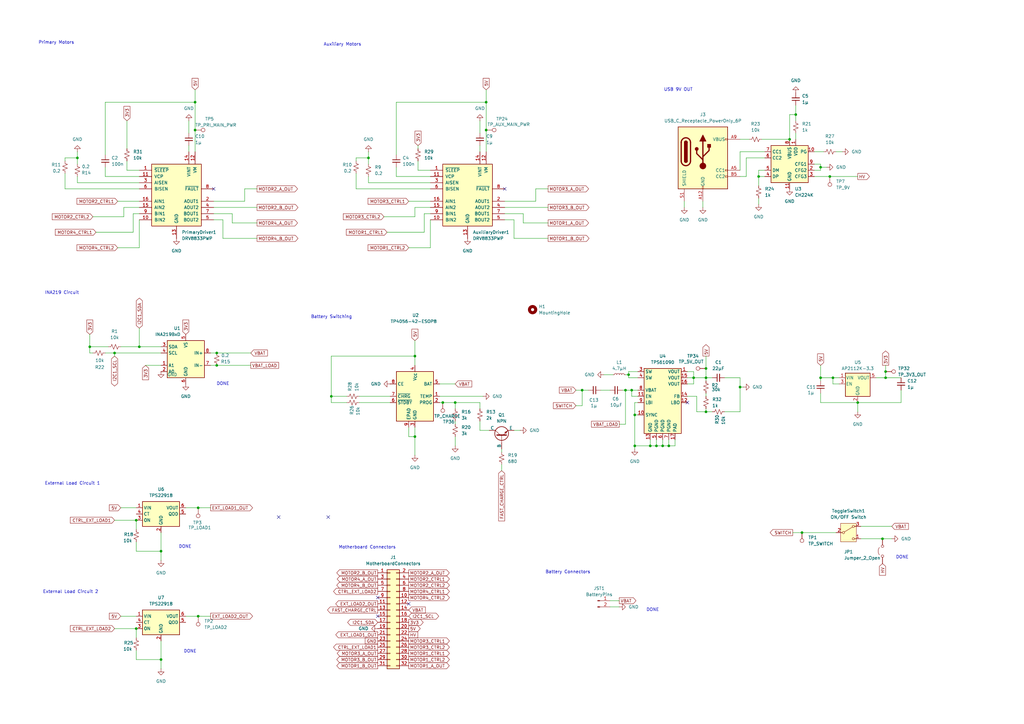
<source format=kicad_sch>
(kicad_sch (version 20250114) (generator "eeschema") (generator_version "9.0")
  (paper "A3")
  (title_block (title "MicroMousePCB") (date "2025-03-21") (rev "v0") (comment 3 "OLFDAN001") (comment 4 "Danella Oelofse"))
  (lib_symbols
    (symbol "Battery_Management:TP4056-42-ESOP8"
      (property "Reference" "U" (at -6.604 11.684 0))
      (property "Value" "TP4056-42-ESOP8" (at 10.16 11.684 0))
      (symbol "TP4056-42-ESOP8_1_0"
        (pin input line (at -10.16 5.08 0) (length 2.54) (name "CE") (number "8"))
        (pin open_collector line (at -10.16 0 0) (length 2.54) (name "~{CHRG}") (number "7"))
        (pin open_collector line (at -10.16 -2.54 0) (length 2.54) (name "~{STDBY}") (number "6"))
        (pin passive line (at -2.54 -12.7 90) (length 2.54) (name "EPAD") (number "9"))
        (pin power_in line (at 0 12.7 270) (length 2.54) (name "V_{CC}") (number "4"))
        (pin power_in line (at 0 -12.7 90) (length 2.54) (name "GND") (number "3"))
        (pin power_out line (at 10.16 5.08 180) (length 2.54) (name "BAT") (number "5"))
        (pin input line (at 10.16 0 180) (length 2.54) (name "TEMP") (number "1"))
        (pin passive line (at 10.16 -2.54 180) (length 2.54) (name "PROG") (number "2"))
      )
    )
    (symbol "Connector:Conn_01x02_Pin" (pin_names (offset 1.016) (hide yes))
      (property "Reference" "J" (at 0 2.54 0))
      (property "Value" "Conn_01x02_Pin" (at 0 -5.08 0))
      (symbol "Conn_01x02_Pin_1_1"
        (pin passive line (at 5.08 0 180) (length 3.81) (name "Pin_1") (number "1"))
        (pin passive line (at 5.08 -2.54 180) (length 3.81) (name "Pin_2") (number "2"))
      )
    )
    (symbol "Connector:TestPoint" (pin_numbers (hide yes)) (pin_names (offset 0.762) (hide yes))
      (property "Reference" "TP" (at 0 6.858 0))
      (property "Value" "TestPoint" (at 0 5.08 0))
      (symbol "TestPoint_1_1"
        (pin passive line (at 0 0 90) (length 2.54) (name "1") (number "1"))
      )
    )
    (symbol "Connector:USB_C_Receptacle_PowerOnly_6P" (pin_names (offset 1.016))
      (property "Reference" "J" (at 0 16.51 0))
      (property "Value" "USB_C_Receptacle_PowerOnly_6P" (at 0 13.97 0))
      (symbol "USB_C_Receptacle_PowerOnly_6P_1_1"
        (pin passive line (at -7.62 -17.78 90) (length 5.08) (name "SHIELD") (number "S1"))
        (pin passive line (at 0 -17.78 90) (length 5.08) (name "GND") (number "A12"))
        (pin passive line (at 0 -17.78 90) (length 5.08) (hide yes) (name "GND") (number "B12"))
        (pin passive line (at 15.24 7.62 180) (length 5.08) (name "VBUS") (number "A9"))
        (pin passive line (at 15.24 7.62 180) (length 5.08) (hide yes) (name "VBUS") (number "B9"))
        (pin bidirectional line (at 15.24 -5.08 180) (length 5.08) (name "CC1") (number "A5"))
        (pin bidirectional line (at 15.24 -7.62 180) (length 5.08) (name "CC2") (number "B5"))
      )
    )
    (symbol "Connector_Generic:Conn_02x16_Odd_Even" (pin_names (offset 1.016) (hide yes))
      (property "Reference" "J" (at 1.27 20.32 0))
      (property "Value" "Conn_02x16_Odd_Even" (at 1.27 -22.86 0))
      (symbol "Conn_02x16_Odd_Even_1_1"
        (pin passive line (at -5.08 17.78 0) (length 3.81) (name "Pin_1") (number "1"))
        (pin passive line (at -5.08 15.24 0) (length 3.81) (name "Pin_3") (number "3"))
        (pin passive line (at -5.08 12.7 0) (length 3.81) (name "Pin_5") (number "5"))
        (pin passive line (at -5.08 10.16 0) (length 3.81) (name "Pin_7") (number "7"))
        (pin passive line (at -5.08 7.62 0) (length 3.81) (name "Pin_9") (number "9"))
        (pin passive line (at -5.08 5.08 0) (length 3.81) (name "Pin_11") (number "11"))
        (pin passive line (at -5.08 2.54 0) (length 3.81) (name "Pin_13") (number "13"))
        (pin passive line (at -5.08 0 0) (length 3.81) (name "Pin_15") (number "15"))
        (pin passive line (at -5.08 -2.54 0) (length 3.81) (name "Pin_17") (number "17"))
        (pin passive line (at -5.08 -5.08 0) (length 3.81) (name "Pin_19") (number "19"))
        (pin passive line (at -5.08 -7.62 0) (length 3.81) (name "Pin_21") (number "21"))
        (pin passive line (at -5.08 -10.16 0) (length 3.81) (name "Pin_23") (number "23"))
        (pin passive line (at -5.08 -12.7 0) (length 3.81) (name "Pin_25") (number "25"))
        (pin passive line (at -5.08 -15.24 0) (length 3.81) (name "Pin_27") (number "27"))
        (pin passive line (at -5.08 -17.78 0) (length 3.81) (name "Pin_29") (number "29"))
        (pin passive line (at -5.08 -20.32 0) (length 3.81) (name "Pin_31") (number "31"))
        (pin passive line (at 7.62 17.78 180) (length 3.81) (name "Pin_2") (number "2"))
        (pin passive line (at 7.62 15.24 180) (length 3.81) (name "Pin_4") (number "4"))
        (pin passive line (at 7.62 12.7 180) (length 3.81) (name "Pin_6") (number "6"))
        (pin passive line (at 7.62 10.16 180) (length 3.81) (name "Pin_8") (number "8"))
        (pin passive line (at 7.62 7.62 180) (length 3.81) (name "Pin_10") (number "10"))
        (pin passive line (at 7.62 5.08 180) (length 3.81) (name "Pin_12") (number "12"))
        (pin passive line (at 7.62 2.54 180) (length 3.81) (name "Pin_14") (number "14"))
        (pin passive line (at 7.62 0 180) (length 3.81) (name "Pin_16") (number "16"))
        (pin passive line (at 7.62 -2.54 180) (length 3.81) (name "Pin_18") (number "18"))
        (pin passive line (at 7.62 -5.08 180) (length 3.81) (name "Pin_20") (number "20"))
        (pin passive line (at 7.62 -7.62 180) (length 3.81) (name "Pin_22") (number "22"))
        (pin passive line (at 7.62 -10.16 180) (length 3.81) (name "Pin_24") (number "24"))
        (pin passive line (at 7.62 -12.7 180) (length 3.81) (name "Pin_26") (number "26"))
        (pin passive line (at 7.62 -15.24 180) (length 3.81) (name "Pin_28") (number "28"))
        (pin passive line (at 7.62 -17.78 180) (length 3.81) (name "Pin_30") (number "30"))
        (pin passive line (at 7.62 -20.32 180) (length 3.81) (name "Pin_32") (number "32"))
      )
    )
    (symbol "Device:C_Small" (pin_numbers (hide yes)) (pin_names (offset 0.254) (hide yes))
      (property "Reference" "C" (at 0.254 1.778 0))
      (property "Value" "C_Small" (at 0.254 -2.032 0))
      (symbol "C_Small_1_1"
        (pin passive line (at 0 2.54 270) (length 2.032) (name "~") (number "1"))
        (pin passive line (at 0 -2.54 90) (length 2.032) (name "~") (number "2"))
      )
    )
    (symbol "Device:L_Small" (pin_numbers (hide yes)) (pin_names (offset 0.254) (hide yes))
      (property "Reference" "L" (at 0.762 1.016 0))
      (property "Value" "L_Small" (at 0.762 -1.016 0))
      (symbol "L_Small_1_1"
        (pin passive line (at 0 2.54 270) (length 0.508) (name "~") (number "1"))
        (pin passive line (at 0 -2.54 90) (length 0.508) (name "~") (number "2"))
      )
    )
    (symbol "Device:R_Small_US" (pin_numbers (hide yes)) (pin_names (offset 0.254) (hide yes))
      (property "Reference" "R" (at 0.762 0.508 0))
      (property "Value" "R_Small_US" (at 0.762 -1.016 0))
      (symbol "R_Small_US_1_1"
        (pin passive line (at 0 2.54 270) (length 1.016) (name "~") (number "1"))
        (pin passive line (at 0 -2.54 90) (length 1.016) (name "~") (number "2"))
      )
    )
    (symbol "Driver_Motor:DRV8833PWP" (pin_names (offset 1.016))
      (property "Reference" "U" (at -3.81 16.51 0))
      (property "Value" "DRV8833PWP" (at -3.81 13.97 0))
      (symbol "DRV8833PWP_1_1"
        (pin input line (at -15.24 10.16 0) (length 5.08) (name "~{SLEEP}") (number "1"))
        (pin bidirectional line (at -15.24 7.62 0) (length 5.08) (name "VCP") (number "11"))
        (pin bidirectional line (at -15.24 5.08 0) (length 5.08) (name "AISEN") (number "3"))
        (pin bidirectional line (at -15.24 2.54 0) (length 5.08) (name "BISEN") (number "6"))
        (pin input line (at -15.24 -2.54 0) (length 5.08) (name "AIN1") (number "16"))
        (pin input line (at -15.24 -5.08 0) (length 5.08) (name "AIN2") (number "15"))
        (pin input line (at -15.24 -7.62 0) (length 5.08) (name "BIN1") (number "9"))
        (pin input line (at -15.24 -10.16 0) (length 5.08) (name "BIN2") (number "10"))
        (pin power_in line (at 0 -17.78 90) (length 5.08) (name "GND") (number "13"))
        (pin passive line (at 0 -17.78 90) (length 5.08) (hide yes) (name "GND") (number "17"))
        (pin power_in line (at 5.08 17.78 270) (length 5.08) (name "VINT") (number "14"))
        (pin power_in line (at 7.62 17.78 270) (length 5.08) (name "VM") (number "12"))
        (pin open_collector line (at 15.24 2.54 180) (length 5.08) (name "~{FAULT}") (number "8"))
        (pin power_out line (at 15.24 -2.54 180) (length 5.08) (name "AOUT1") (number "2"))
        (pin power_out line (at 15.24 -5.08 180) (length 5.08) (name "AOUT2") (number "4"))
        (pin power_out line (at 15.24 -7.62 180) (length 5.08) (name "BOUT1") (number "7"))
        (pin power_out line (at 15.24 -10.16 180) (length 5.08) (name "BOUT2") (number "5"))
      )
    )
    (symbol "Interface_USB:CH224K"
      (property "Reference" "U" (at -7.874 -8.89 0))
      (property "Value" "CH224K" (at 3.048 -8.89 0))
      (symbol "CH224K_1_1"
        (pin bidirectional line (at -10.16 5.08 0) (length 2.54) (name "CC1") (number "7"))
        (pin bidirectional line (at -10.16 2.54 0) (length 2.54) (name "CC2") (number "6"))
        (pin bidirectional line (at -10.16 -2.54 0) (length 2.54) (name "DM") (number "5"))
        (pin bidirectional line (at -10.16 -5.08 0) (length 2.54) (name "DP") (number "4"))
        (pin passive line (at 0 10.16 270) (length 2.54) (name "VBUS") (number "8"))
        (pin power_in line (at 0 -10.16 90) (length 2.54) (name "GND") (number "11"))
        (pin power_in line (at 2.54 10.16 270) (length 2.54) (name "VDD") (number "1"))
        (pin open_collector line (at 10.16 5.08 180) (length 2.54) (name "PG") (number "10"))
        (pin passive line (at 10.16 0 180) (length 2.54) (name "CFG1") (number "9"))
        (pin passive line (at 10.16 -2.54 180) (length 2.54) (name "CFG2") (number "2"))
        (pin passive line (at 10.16 -5.08 180) (length 2.54) (name "CFG3") (number "3"))
      )
    )
    (symbol "Jumper:Jumper_2_Open" (pin_numbers (hide yes)) (pin_names (offset 0) (hide yes)) (exclude_from_sim yes)
      (property "Reference" "JP" (at 0 2.794 0))
      (property "Value" "Jumper_2_Open" (at 0 -2.286 0))
      (symbol "Jumper_2_Open_1_1"
        (pin passive line (at -5.08 0 0) (length 2.54) (name "A") (number "1"))
        (pin passive line (at 5.08 0 180) (length 2.54) (name "B") (number "2"))
      )
    )
    (symbol "Mechanical:MountingHole" (pin_names (offset 1.016)) (exclude_from_sim yes) (in_bom no)
      (property "Reference" "H" (at 0 5.08 0))
      (property "Value" "MountingHole" (at 0 3.175 0))
    )
    (symbol "Power_Management:TPS22917DBV"
      (property "Reference" "U" (at -6.35 6.35 0))
      (property "Value" "TPS22917DBV" (at 2.54 6.35 0))
      (symbol "TPS22917DBV_1_1"
        (pin power_in line (at -10.16 2.54 0) (length 2.54) (name "VIN") (number "1"))
        (pin output line (at -10.16 0 0) (length 2.54) (name "CT") (number "4"))
        (pin input line (at -10.16 -2.54 0) (length 2.54) (name "ON") (number "3"))
        (pin power_in line (at 0 -7.62 90) (length 2.54) (name "GND") (number "2"))
        (pin power_out line (at 10.16 2.54 180) (length 2.54) (name "VOUT") (number "6"))
        (pin open_collector line (at 10.16 0 180) (length 2.54) (name "QOD") (number "5"))
      )
    )
    (symbol "Regulator_Linear:AP2112K-3.3" (pin_names (offset 0.254))
      (property "Reference" "U" (at -5.08 5.715 0))
      (property "Value" "AP2112K-3.3" (at 0 5.715 0))
      (symbol "AP2112K-3.3_1_1"
        (pin power_in line (at -7.62 2.54 0) (length 2.54) (name "VIN") (number "1"))
        (pin input line (at -7.62 0 0) (length 2.54) (name "EN") (number "3"))
        (pin power_in line (at 0 -7.62 90) (length 2.54) (name "GND") (number "2"))
        (pin no_connect line (at 5.08 0 180) (length 2.54) (hide yes) (name "NC") (number "4"))
        (pin power_out line (at 7.62 2.54 180) (length 2.54) (name "VOUT") (number "5"))
      )
    )
    (symbol "Regulator_Switching:TPS61090"
      (property "Reference" "U" (at -7.62 15.24 0))
      (property "Value" "TPS61090" (at 1.27 15.24 0))
      (symbol "TPS61090_0_0"
        (pin passive line (at -10.16 12.7 0) (length 2.54) (name "SW") (number "3"))
        (pin passive line (at -10.16 10.16 0) (length 2.54) (name "SW") (number "4"))
        (pin power_in line (at -10.16 5.08 0) (length 2.54) (name "VBAT") (number "8"))
        (pin input line (at -10.16 2.54 0) (length 2.54) (name "EN") (number "11"))
        (pin input line (at -10.16 0 0) (length 2.54) (name "LBI") (number "9"))
        (pin input line (at -10.16 -5.08 0) (length 2.54) (name "SYNC") (number "10"))
        (pin power_in line (at -5.08 -15.24 90) (length 2.54) (name "GND") (number "13"))
        (pin power_in line (at -2.54 -15.24 90) (length 2.54) (name "PGND") (number "5"))
        (pin power_in line (at 0 -15.24 90) (length 2.54) (name "PGND") (number "6"))
        (pin power_in line (at 2.54 -15.24 90) (length 2.54) (name "PGND") (number "7"))
        (pin power_in line (at 5.08 -15.24 90) (length 2.54) (name "PAD") (number "17"))
        (pin power_out line (at 10.16 12.7 180) (length 2.54) (name "VOUT") (number "1"))
        (pin passive line (at 10.16 10.16 180) (length 2.54) (name "VOUT") (number "15"))
        (pin passive line (at 10.16 7.62 180) (length 2.54) (name "VOUT") (number "16"))
        (pin input line (at 10.16 2.54 180) (length 2.54) (name "FB") (number "14"))
        (pin open_collector line (at 10.16 0 180) (length 2.54) (name "LBO") (number "12"))
        (pin no_connect line (at 10.16 -5.08 180) (length 2.54) (hide yes) (name "NC") (number "2"))
      )
    )
    (symbol "Sensor_Energy:INA219BxD"
      (property "Reference" "U" (at -6.35 8.89 0))
      (property "Value" "INA219BxD" (at 5.08 8.89 0))
      (symbol "INA219BxD_1_1"
        (pin input line (at -10.16 2.54 0) (length 2.54) (name "IN+") (number "8"))
        (pin input line (at -10.16 -2.54 0) (length 2.54) (name "IN-") (number "7"))
        (pin power_in line (at 0 10.16 270) (length 2.54) (name "VS") (number "5"))
        (pin power_in line (at 0 -10.16 90) (length 2.54) (name "GND") (number "6"))
        (pin bidirectional line (at 10.16 5.08 180) (length 2.54) (name "SDA") (number "3"))
        (pin input line (at 10.16 2.54 180) (length 2.54) (name "SCL") (number "4"))
        (pin input line (at 10.16 -2.54 180) (length 2.54) (name "A1") (number "1"))
        (pin input line (at 10.16 -5.08 180) (length 2.54) (name "A0") (number "2"))
      )
    )
    (symbol "Simulation_SPICE:NPN" (pin_numbers (hide yes)) (pin_names (offset 0))
      (property "Reference" "Q" (at -2.54 7.62 0))
      (property "Value" "NPN" (at -2.54 5.08 0))
      (symbol "NPN_1_1"
        (pin input line (at -5.08 0 0) (length 2.54) (name "B") (number "2"))
        (pin open_collector line (at 2.54 5.08 270) (length 2.54) (name "C") (number "1"))
        (pin open_emitter line (at 2.54 -5.08 90) (length 2.54) (name "E") (number "3"))
      )
    )
    (symbol "Switch:SW_SPDT_321" (pin_names (offset 1) (hide yes))
      (property "Reference" "SW" (at 0 5.08 0))
      (property "Value" "SW_SPDT_321" (at 0 -5.08 0))
      (symbol "SW_SPDT_321_1_1"
        (pin passive line (at -5.08 0 0) (length 2.54) (name "B") (number "2"))
        (pin passive line (at 5.08 2.54 180) (length 2.54) (name "A") (number "3"))
        (pin passive line (at 5.08 -2.54 180) (length 2.54) (name "C") (number "1"))
      )
    )
    (symbol "power:GND" (power) (pin_numbers (hide yes)) (pin_names (offset 0) (hide yes))
      (property "Value" "GND" (at 0 -3.81 0))
      (symbol "GND_1_1"
        (pin power_in line (at 0 0 270) (length 0) (name "~") (number "1"))
      )
    )
  )
  (text "Primary Motors\n" (at 23.114 17.526 0) (effects (font (size 1.27 1.27))))
  (text "DONE\n" (at 267.716 250.19 0) (effects (font (size 1.27 1.27))))
  (text "External Load Circuit 1\n\n\n" (at 29.718 200.406 0) (effects (font (size 1.27 1.27))))
  (text "Motherboard Connectors\n" (at 150.622 224.536 0) (effects (font (size 1.27 1.27))))
  (text "DONE\n" (at 75.946 224.282 0) (effects (font (size 1.27 1.27))))
  (text "INA219 Circuit\n" (at 25.4 120.142 0) (effects (font (size 1.27 1.27))))
  (text "DONE\n" (at 370.078 228.6 0) (effects (font (size 1.27 1.27))))
  (text "DONE\n" (at 91.44 157.48 0) (effects (font (size 1.27 1.27))))
  (text "Battery Connectors\n" (at 232.918 234.696 0) (effects (font (size 1.27 1.27))))
  (text "Auxiliary Motors\n" (at 140.462 18.288 0) (effects (font (size 1.27 1.27))))
  (text "External Load Circuit 2\n\n" (at 28.956 243.84 0) (effects (font (size 1.27 1.27))))
  (text "USB 9V OUT\n" (at 272.288 36.83 0) (effects (font (size 1.27 1.27)) (justify left)))
  (text "DONE\n" (at 77.978 267.208 0) (effects (font (size 1.27 1.27))))
  (text "Battery Switching\n" (at 127.508 130.048 0) (effects (font (size 1.27 1.27)) (justify left)))
  (junction (at 336.55 154.94))
  (junction (at 81.28 208.28))
  (junction (at 256.54 160.02))
  (junction (at 170.18 146.05))
  (junction (at 271.78 182.88))
  (junction (at 199.39 53.34))
  (junction (at 135.89 162.56))
  (junction (at 81.28 252.73))
  (junction (at 80.01 41.91))
  (junction (at 88.9 149.86))
  (junction (at 238.76 160.02))
  (junction (at 274.32 182.88))
  (junction (at 303.53 158.75))
  (junction (at 46.99 144.78))
  (junction (at 151.13 64.77))
  (junction (at 289.56 154.94))
  (junction (at 31.75 64.77))
  (junction (at 57.15 142.24))
  (junction (at 311.15 72.39))
  (junction (at 326.39 46.99))
  (junction (at 336.55 68.58))
  (junction (at 170.18 179.07))
  (junction (at 260.35 170.18))
  (junction (at 266.7 182.88))
  (junction (at 341.63 154.94))
  (junction (at 289.56 151.13))
  (junction (at 66.04 270.51))
  (junction (at 363.22 154.94))
  (junction (at 257.81 153.67))
  (junction (at 269.24 182.88))
  (junction (at 199.39 41.91))
  (junction (at 55.88 257.81))
  (junction (at 289.56 168.91))
  (junction (at 186.69 165.1))
  (junction (at 361.95 220.98))
  (junction (at 363.22 152.4))
  (junction (at 284.48 154.94))
  (junction (at 181.61 165.1))
  (junction (at 328.93 218.44))
  (junction (at 340.36 72.39))
  (junction (at 259.08 160.02))
  (junction (at 66.04 226.06))
  (junction (at 88.9 144.78))
  (junction (at 260.35 182.88))
  (junction (at 351.79 165.1))
  (junction (at 36.83 142.24))
  (junction (at 323.85 57.15))
  (junction (at 80.01 53.34))
  (junction (at 55.88 213.36))
  (no_connect (at 167.64 247.65))
  (no_connect (at 207.01 77.47))
  (no_connect (at 134.62 212.09))
  (no_connect (at 114.3 212.09))
  (no_connect (at 87.63 77.47))
  (no_connect (at 154.94 252.73))
  (no_connect (at 281.94 165.1))
  (no_connect (at 154.94 245.11))
  (wire (pts (xy 369.57 165.1) (xy 351.79 165.1)))
  (wire (pts (xy 81.28 208.28) (xy 76.2 208.28)))
  (wire (pts (xy 313.69 72.39) (xy 311.15 72.39)))
  (wire (pts (xy 259.08 160.02) (xy 261.62 160.02)))
  (wire (pts (xy 54.61 87.63) (xy 54.61 95.25)))
  (wire (pts (xy 323.85 46.99) (xy 323.85 57.15)))
  (wire (pts (xy 151.13 74.93) (xy 176.53 74.93)))
  (wire (pts (xy 255.27 160.02) (xy 256.54 160.02)))
  (wire (pts (xy 289.56 154.94) (xy 292.1 154.94)))
  (wire (pts (xy 199.39 53.34) (xy 199.39 62.23)))
  (wire (pts (xy 261.62 162.56) (xy 259.08 162.56)))
  (wire (pts (xy 57.15 69.85) (xy 52.07 69.85)))
  (wire (pts (xy 26.67 64.77) (xy 26.67 66.04)))
  (wire (pts (xy 91.44 97.79) (xy 105.41 97.79)))
  (wire (pts (xy 341.63 154.94) (xy 336.55 154.94)))
  (wire (pts (xy 326.39 46.99) (xy 326.39 49.53)))
  (wire (pts (xy 281.94 152.4) (xy 284.48 152.4)))
  (wire (pts (xy 196.85 172.72) (xy 196.85 176.53)))
  (wire (pts (xy 180.34 165.1) (xy 181.61 165.1)))
  (wire (pts (xy 147.32 165.1) (xy 160.02 165.1)))
  (wire (pts (xy 260.35 182.88) (xy 266.7 182.88)))
  (wire (pts (xy 266.7 180.34) (xy 266.7 182.88)))
  (wire (pts (xy 55.88 257.81) (xy 55.88 261.62)))
  (wire (pts (xy 66.04 226.06) (xy 66.04 229.87)))
  (wire (pts (xy 66.04 270.51) (xy 66.04 274.32)))
  (wire (pts (xy 297.18 168.91) (xy 303.53 168.91)))
  (wire (pts (xy 246.38 160.02) (xy 250.19 160.02)))
  (wire (pts (xy 284.48 152.4) (xy 284.48 154.94)))
  (wire (pts (xy 167.64 101.6) (xy 176.53 101.6)))
  (wire (pts (xy 274.32 182.88) (xy 274.32 180.34)))
  (wire (pts (xy 334.01 69.85) (xy 336.55 69.85)))
  (wire (pts (xy 171.45 59.69) (xy 171.45 60.96)))
  (wire (pts (xy 289.56 167.64) (xy 289.56 168.91)))
  (wire (pts (xy 363.22 154.94) (xy 369.57 154.94)))
  (wire (pts (xy 100.33 77.47) (xy 105.41 77.47)))
  (wire (pts (xy 336.55 68.58) (xy 336.55 69.85)))
  (wire (pts (xy 176.53 85.09) (xy 170.18 85.09)))
  (wire (pts (xy 281.94 157.48) (xy 284.48 157.48)))
  (wire (pts (xy 66.04 218.44) (xy 66.04 226.06)))
  (wire (pts (xy 260.35 165.1) (xy 260.35 170.18)))
  (wire (pts (xy 146.05 64.77) (xy 151.13 64.77)))
  (wire (pts (xy 180.34 162.56) (xy 198.12 162.56)))
  (wire (pts (xy 171.45 66.04) (xy 171.45 69.85)))
  (wire (pts (xy 306.07 72.39) (xy 303.53 72.39)))
  (wire (pts (xy 135.89 162.56) (xy 142.24 162.56)))
  (wire (pts (xy 57.15 72.39) (xy 43.18 72.39)))
  (wire (pts (xy 66.04 142.24) (xy 57.15 142.24)))
  (wire (pts (xy 256.54 153.67) (xy 257.81 153.67)))
  (wire (pts (xy 257.81 154.94) (xy 261.62 154.94)))
  (wire (pts (xy 280.67 82.55) (xy 280.67 85.09)))
  (wire (pts (xy 236.22 160.02) (xy 238.76 160.02)))
  (wire (pts (xy 303.53 57.15) (xy 307.34 57.15)))
  (wire (pts (xy 353.06 220.98) (xy 361.95 220.98)))
  (wire (pts (xy 334.01 67.31) (xy 336.55 67.31)))
  (wire (pts (xy 259.08 160.02) (xy 259.08 162.56)))
  (wire (pts (xy 311.15 69.85) (xy 311.15 72.39)))
  (wire (pts (xy 219.71 82.55) (xy 219.71 77.47)))
  (wire (pts (xy 342.9 62.23) (xy 345.44 62.23)))
  (wire (pts (xy 39.37 95.25) (xy 54.61 95.25)))
  (wire (pts (xy 77.47 49.53) (xy 77.47 54.61)))
  (wire (pts (xy 87.63 85.09) (xy 105.41 85.09)))
  (wire (pts (xy 88.9 149.86) (xy 102.87 149.86)))
  (wire (pts (xy 135.89 162.56) (xy 135.89 146.05)))
  (wire (pts (xy 81.28 252.73) (xy 76.2 252.73)))
  (wire (pts (xy 57.15 142.24) (xy 49.53 142.24)))
  (wire (pts (xy 238.76 160.02) (xy 241.3 160.02)))
  (wire (pts (xy 26.67 77.47) (xy 57.15 77.47)))
  (wire (pts (xy 57.15 90.17) (xy 57.15 101.6)))
  (wire (pts (xy 66.04 262.89) (xy 66.04 270.51)))
  (wire (pts (xy 196.85 176.53) (xy 200.66 176.53)))
  (wire (pts (xy 80.01 36.83) (xy 80.01 41.91)))
  (wire (pts (xy 46.99 144.78) (xy 43.18 144.78)))
  (wire (pts (xy 351.79 165.1) (xy 351.79 168.91)))
  (wire (pts (xy 336.55 154.94) (xy 336.55 156.21)))
  (wire (pts (xy 170.18 85.09) (xy 170.18 88.9)))
  (wire (pts (xy 196.85 49.53) (xy 196.85 54.61)))
  (wire (pts (xy 281.94 162.56) (xy 285.75 162.56)))
  (wire (pts (xy 271.78 180.34) (xy 271.78 182.88)))
  (wire (pts (xy 43.18 72.39) (xy 43.18 68.58)))
  (wire (pts (xy 269.24 182.88) (xy 271.78 182.88)))
  (wire (pts (xy 52.07 66.04) (xy 52.07 69.85)))
  (wire (pts (xy 186.69 165.1) (xy 196.85 165.1)))
  (wire (pts (xy 176.53 90.17) (xy 176.53 101.6)))
  (wire (pts (xy 276.86 180.34) (xy 276.86 182.88)))
  (wire (pts (xy 186.69 172.72) (xy 186.69 173.99)))
  (wire (pts (xy 353.06 215.9) (xy 365.76 215.9)))
  (wire (pts (xy 326.39 54.61) (xy 326.39 57.15)))
  (wire (pts (xy 80.01 53.34) (xy 80.01 62.23)))
  (wire (pts (xy 176.53 72.39) (xy 162.56 72.39)))
  (wire (pts (xy 86.36 252.73) (xy 81.28 252.73)))
  (wire (pts (xy 146.05 71.12) (xy 146.05 77.47)))
  (wire (pts (xy 285.75 168.91) (xy 289.56 168.91)))
  (wire (pts (xy 196.85 59.69) (xy 196.85 62.23)))
  (wire (pts (xy 336.55 149.86) (xy 336.55 154.94)))
  (wire (pts (xy 269.24 180.34) (xy 269.24 182.88)))
  (wire (pts (xy 207.01 85.09) (xy 224.79 85.09)))
  (wire (pts (xy 303.53 158.75) (xy 304.8 158.75)))
  (wire (pts (xy 313.69 62.23) (xy 303.53 62.23)))
  (wire (pts (xy 250.19 248.92) (xy 254 248.92)))
  (wire (pts (xy 341.63 154.94) (xy 341.63 157.48)))
  (wire (pts (xy 289.56 146.05) (xy 289.56 151.13)))
  (wire (pts (xy 36.83 137.16) (xy 36.83 142.24)))
  (wire (pts (xy 151.13 72.39) (xy 151.13 74.93)))
  (wire (pts (xy 49.53 208.28) (xy 55.88 208.28)))
  (wire (pts (xy 256.54 160.02) (xy 259.08 160.02)))
  (wire (pts (xy 167.64 175.26) (xy 167.64 179.07)))
  (wire (pts (xy 173.99 87.63) (xy 173.99 95.25)))
  (wire (pts (xy 207.01 90.17) (xy 210.82 90.17)))
  (wire (pts (xy 196.85 165.1) (xy 196.85 167.64)))
  (wire (pts (xy 261.62 170.18) (xy 260.35 170.18)))
  (wire (pts (xy 170.18 179.07) (xy 170.18 186.69)))
  (wire (pts (xy 181.61 165.1) (xy 186.69 165.1)))
  (wire (pts (xy 256.54 160.02) (xy 256.54 173.99)))
  (wire (pts (xy 55.88 266.7) (xy 55.88 270.51)))
  (wire (pts (xy 88.9 144.78) (xy 102.87 144.78)))
  (wire (pts (xy 46.99 144.78) (xy 46.99 146.05)))
  (wire (pts (xy 151.13 64.77) (xy 151.13 67.31)))
  (wire (pts (xy 289.56 161.29) (xy 289.56 162.56)))
  (wire (pts (xy 214.63 91.44) (xy 224.79 91.44)))
  (wire (pts (xy 162.56 63.5) (xy 162.56 41.91)))
  (wire (pts (xy 238.76 160.02) (xy 238.76 166.37)))
  (wire (pts (xy 158.75 95.25) (xy 173.99 95.25)))
  (wire (pts (xy 334.01 72.39) (xy 340.36 72.39)))
  (wire (pts (xy 207.01 87.63) (xy 214.63 87.63)))
  (wire (pts (xy 38.1 144.78) (xy 36.83 144.78)))
  (wire (pts (xy 205.74 190.5) (xy 205.74 193.04)))
  (wire (pts (xy 55.88 226.06) (xy 66.04 226.06)))
  (wire (pts (xy 43.18 63.5) (xy 43.18 41.91)))
  (wire (pts (xy 38.1 88.9) (xy 50.8 88.9)))
  (wire (pts (xy 336.55 68.58) (xy 339.09 68.58)))
  (wire (pts (xy 77.47 59.69) (xy 77.47 62.23)))
  (wire (pts (xy 151.13 62.23) (xy 151.13 64.77)))
  (wire (pts (xy 146.05 64.77) (xy 146.05 66.04)))
  (wire (pts (xy 326.39 43.18) (xy 326.39 46.99)))
  (wire (pts (xy 340.36 72.39) (xy 351.79 72.39)))
  (wire (pts (xy 274.32 182.88) (xy 276.86 182.88)))
  (wire (pts (xy 52.07 49.53) (xy 52.07 60.96)))
  (wire (pts (xy 55.88 222.25) (xy 55.88 226.06)))
  (wire (pts (xy 369.57 160.02) (xy 369.57 165.1)))
  (wire (pts (xy 87.63 82.55) (xy 100.33 82.55)))
  (wire (pts (xy 236.22 166.37) (xy 238.76 166.37)))
  (wire (pts (xy 257.81 153.67) (xy 257.81 154.94)))
  (wire (pts (xy 207.01 82.55) (xy 219.71 82.55)))
  (wire (pts (xy 135.89 165.1) (xy 142.24 165.1)))
  (wire (pts (xy 261.62 165.1) (xy 260.35 165.1)))
  (wire (pts (xy 210.82 176.53) (xy 213.36 176.53)))
  (wire (pts (xy 325.12 218.44) (xy 328.93 218.44)))
  (wire (pts (xy 157.48 88.9) (xy 170.18 88.9)))
  (wire (pts (xy 344.17 157.48) (xy 341.63 157.48)))
  (wire (pts (xy 312.42 57.15) (xy 323.85 57.15)))
  (wire (pts (xy 363.22 149.86) (xy 363.22 152.4)))
  (wire (pts (xy 180.34 157.48) (xy 186.69 157.48)))
  (wire (pts (xy 260.35 170.18) (xy 260.35 182.88)))
  (wire (pts (xy 167.64 179.07) (xy 170.18 179.07)))
  (wire (pts (xy 266.7 182.88) (xy 269.24 182.88)))
  (wire (pts (xy 313.69 64.77) (xy 306.07 64.77)))
  (wire (pts (xy 80.01 41.91) (xy 80.01 53.34)))
  (wire (pts (xy 167.64 82.55) (xy 176.53 82.55)))
  (wire (pts (xy 176.53 87.63) (xy 173.99 87.63)))
  (wire (pts (xy 254 173.99) (xy 256.54 173.99)))
  (wire (pts (xy 48.26 101.6) (xy 57.15 101.6)))
  (wire (pts (xy 66.04 149.86) (xy 59.69 149.86)))
  (wire (pts (xy 285.75 162.56) (xy 285.75 168.91)))
  (wire (pts (xy 135.89 162.56) (xy 135.89 165.1)))
  (wire (pts (xy 57.15 85.09) (xy 50.8 85.09)))
  (wire (pts (xy 313.69 69.85) (xy 311.15 69.85)))
  (wire (pts (xy 49.53 252.73) (xy 55.88 252.73)))
  (wire (pts (xy 95.25 91.44) (xy 105.41 91.44)))
  (wire (pts (xy 162.56 41.91) (xy 199.39 41.91)))
  (wire (pts (xy 214.63 87.63) (xy 214.63 91.44)))
  (wire (pts (xy 66.04 144.78) (xy 46.99 144.78)))
  (wire (pts (xy 147.32 162.56) (xy 160.02 162.56)))
  (wire (pts (xy 86.36 149.86) (xy 88.9 149.86)))
  (wire (pts (xy 210.82 90.17) (xy 210.82 97.79)))
  (wire (pts (xy 170.18 175.26) (xy 170.18 179.07)))
  (wire (pts (xy 87.63 90.17) (xy 91.44 90.17)))
  (wire (pts (xy 48.26 82.55) (xy 57.15 82.55)))
  (wire (pts (xy 311.15 81.28) (xy 311.15 83.82)))
  (wire (pts (xy 306.07 64.77) (xy 306.07 72.39)))
  (wire (pts (xy 43.18 41.91) (xy 80.01 41.91)))
  (wire (pts (xy 170.18 139.7) (xy 170.18 146.05)))
  (wire (pts (xy 271.78 182.88) (xy 274.32 182.88)))
  (wire (pts (xy 26.67 64.77) (xy 31.75 64.77)))
  (wire (pts (xy 50.8 85.09) (xy 50.8 88.9)))
  (wire (pts (xy 261.62 152.4) (xy 257.81 152.4)))
  (wire (pts (xy 251.46 153.67) (xy 247.65 153.67)))
  (wire (pts (xy 205.74 184.15) (xy 205.74 185.42)))
  (wire (pts (xy 95.25 87.63) (xy 95.25 91.44)))
  (wire (pts (xy 326.39 46.99) (xy 323.85 46.99)))
  (wire (pts (xy 186.69 179.07) (xy 186.69 182.88)))
  (wire (pts (xy 297.18 154.94) (xy 303.53 154.94)))
  (wire (pts (xy 334.01 62.23) (xy 337.82 62.23)))
  (wire (pts (xy 46.99 257.81) (xy 55.88 257.81)))
  (wire (pts (xy 219.71 77.47) (xy 224.79 77.47)))
  (wire (pts (xy 284.48 154.94) (xy 284.48 157.48)))
  (wire (pts (xy 31.75 64.77) (xy 31.75 67.31)))
  (wire (pts (xy 361.95 220.98) (xy 365.76 220.98)))
  (wire (pts (xy 135.89 146.05) (xy 170.18 146.05)))
  (wire (pts (xy 36.83 142.24) (xy 44.45 142.24)))
  (wire (pts (xy 31.75 72.39) (xy 31.75 74.93)))
  (wire (pts (xy 210.82 97.79) (xy 224.79 97.79)))
  (wire (pts (xy 146.05 77.47) (xy 176.53 77.47)))
  (wire (pts (xy 26.67 71.12) (xy 26.67 77.47)))
  (wire (pts (xy 336.55 67.31) (xy 336.55 68.58)))
  (wire (pts (xy 260.35 182.88) (xy 260.35 184.15)))
  (wire (pts (xy 186.69 165.1) (xy 186.69 167.64)))
  (wire (pts (xy 199.39 36.83) (xy 199.39 41.91)))
  (wire (pts (xy 55.88 213.36) (xy 55.88 217.17)))
  (wire (pts (xy 57.15 87.63) (xy 54.61 87.63)))
  (wire (pts (xy 281.94 154.94) (xy 284.48 154.94)))
  (wire (pts (xy 162.56 72.39) (xy 162.56 68.58)))
  (wire (pts (xy 31.75 74.93) (xy 57.15 74.93)))
  (wire (pts (xy 336.55 165.1) (xy 351.79 165.1)))
  (wire (pts (xy 284.48 154.94) (xy 289.56 154.94)))
  (wire (pts (xy 289.56 168.91) (xy 292.1 168.91)))
  (wire (pts (xy 363.22 152.4) (xy 363.22 154.94)))
  (wire (pts (xy 289.56 154.94) (xy 289.56 156.21)))
  (wire (pts (xy 36.83 142.24) (xy 36.83 144.78)))
  (wire (pts (xy 87.63 87.63) (xy 95.25 87.63)))
  (wire (pts (xy 91.44 90.17) (xy 91.44 97.79)))
  (wire (pts (xy 86.36 208.28) (xy 81.28 208.28)))
  (wire (pts (xy 328.93 218.44) (xy 342.9 218.44)))
  (wire (pts (xy 289.56 151.13) (xy 289.56 154.94)))
  (wire (pts (xy 303.53 158.75) (xy 303.53 168.91)))
  (wire (pts (xy 288.29 82.55) (xy 288.29 85.09)))
  (wire (pts (xy 303.53 62.23) (xy 303.53 69.85)))
  (wire (pts (xy 46.99 213.36) (xy 55.88 213.36)))
  (wire (pts (xy 344.17 154.94) (xy 341.63 154.94)))
  (wire (pts (xy 170.18 146.05) (xy 170.18 149.86)))
  (wire (pts (xy 359.41 154.94) (xy 363.22 154.94)))
  (wire (pts (xy 336.55 161.29) (xy 336.55 165.1)))
  (wire (pts (xy 303.53 154.94) (xy 303.53 158.75)))
  (wire (pts (xy 86.36 144.78) (xy 88.9 144.78)))
  (wire (pts (xy 176.53 69.85) (xy 171.45 69.85)))
  (wire (pts (xy 55.88 270.51) (xy 66.04 270.51)))
  (wire (pts (xy 100.33 82.55) (xy 100.33 77.47)))
  (wire (pts (xy 31.75 62.23) (xy 31.75 64.77)))
  (wire (pts (xy 199.39 41.91) (xy 199.39 53.34)))
  (wire (pts (xy 311.15 72.39) (xy 311.15 76.2)))
  (wire (pts (xy 257.81 152.4) (xy 257.81 153.67)))
  (wire (pts (xy 57.15 134.62) (xy 57.15 142.24)))
  (wire (pts (xy 250.19 246.38) (xy 254 246.38)))
  (global_label "3V3" (shape input) (at 52.07 49.53 90) (property "Intersheetrefs" "${INTERSHEET_REFS}" (effects (hide yes))))
  (global_label "MOTOR1_A_OUT" (shape output) (at 224.79 91.44 0) (property "Intersheetrefs" "${INTERSHEET_REFS}" (effects (hide yes))))
  (global_label "EXT_LOAD1_OUT" (shape output) (at 86.36 208.28 0) (property "Intersheetrefs" "${INTERSHEET_REFS}" (effects (hide yes))))
  (global_label "GND" (shape passive) (at 154.94 262.89 180) (property "Intersheetrefs" "${INTERSHEET_REFS}" (effects (hide yes))))
  (global_label "VBAT" (shape input) (at 167.64 250.19 0) (property "Intersheetrefs" "${INTERSHEET_REFS}" (effects (hide yes))))
  (global_label "3V3" (shape output) (at 167.64 255.27 0) (property "Intersheetrefs" "${INTERSHEET_REFS}" (effects (hide yes))))
  (global_label "MOTOR3_A_OUT" (shape output) (at 224.79 77.47 0) (property "Intersheetrefs" "${INTERSHEET_REFS}" (effects (hide yes))))
  (global_label "3V3" (shape input) (at 171.45 59.69 90) (property "Intersheetrefs" "${INTERSHEET_REFS}" (effects (hide yes))))
  (global_label "MOTOR4_CTRL2" (shape output) (at 167.64 245.11 0) (property "Intersheetrefs" "${INTERSHEET_REFS}" (effects (hide yes))))
  (global_label "MOTOR1_CTRL1" (shape input) (at 158.75 95.25 180) (property "Intersheetrefs" "${INTERSHEET_REFS}" (effects (hide yes))))
  (global_label "MOTOR2_A_OUT" (shape output) (at 105.41 77.47 0) (property "Intersheetrefs" "${INTERSHEET_REFS}" (effects (hide yes))))
  (global_label "MOTOR2_CTRL2" (shape input) (at 38.1 88.9 180) (property "Intersheetrefs" "${INTERSHEET_REFS}" (effects (hide yes))))
  (global_label "MOTOR2_CTRL1" (shape output) (at 167.64 237.49 0) (property "Intersheetrefs" "${INTERSHEET_REFS}" (effects (hide yes))))
  (global_label "CTRL_EXT_LOAD2" (shape input) (at 46.99 257.81 180) (property "Intersheetrefs" "${INTERSHEET_REFS}" (effects (hide yes))))
  (global_label "3V3" (shape input) (at 36.83 137.16 90) (property "Intersheetrefs" "${INTERSHEET_REFS}" (effects (hide yes))))
  (global_label "MOTOR3_B_OUT" (shape output) (at 154.94 270.51 180) (property "Intersheetrefs" "${INTERSHEET_REFS}" (effects (hide yes))))
  (global_label "MOTOR4_B_OUT" (shape output) (at 154.94 240.03 180) (property "Intersheetrefs" "${INTERSHEET_REFS}" (effects (hide yes))))
  (global_label "VBAT" (shape output) (at 254 246.38 0) (property "Intersheetrefs" "${INTERSHEET_REFS}" (effects (hide yes))))
  (global_label "5V" (shape input) (at 199.39 36.83 90) (property "Intersheetrefs" "${INTERSHEET_REFS}" (effects (hide yes))))
  (global_label "CTRL_EXT_LOAD1" (shape input) (at 46.99 213.36 180) (property "Intersheetrefs" "${INTERSHEET_REFS}" (effects (hide yes))))
  (global_label "VBAT_LOAD" (shape passive) (at 102.87 149.86 0) (property "Intersheetrefs" "${INTERSHEET_REFS}" (effects (hide yes))))
  (global_label "MOTOR3_CTRL2" (shape input) (at 157.48 88.9 180) (property "Intersheetrefs" "${INTERSHEET_REFS}" (effects (hide yes))))
  (global_label "I2C1_SCL" (shape bidirectional) (at 167.64 252.73 0) (property "Intersheetrefs" "${INTERSHEET_REFS}" (effects (hide yes))))
  (global_label "HV" (shape input) (at 361.95 231.14 270) (property "Intersheetrefs" "${INTERSHEET_REFS}" (effects (hide yes))))
  (global_label "5V" (shape output) (at 289.56 146.05 90) (property "Intersheetrefs" "${INTERSHEET_REFS}" (effects (hide yes))))
  (global_label "5V" (shape input) (at 49.53 252.73 180) (property "Intersheetrefs" "${INTERSHEET_REFS}" (effects (hide yes))))
  (global_label "FAST_CHARGE_CTRL" (shape input) (at 205.74 193.04 270) (property "Intersheetrefs" "${INTERSHEET_REFS}" (effects (hide yes))))
  (global_label "MOTOR3_CTRL1" (shape input) (at 167.64 82.55 180) (property "Intersheetrefs" "${INTERSHEET_REFS}" (effects (hide yes))))
  (global_label "MOTOR1_A_OUT" (shape output) (at 167.64 273.05 0) (property "Intersheetrefs" "${INTERSHEET_REFS}" (effects (hide yes))))
  (global_label "MOTOR3_B_OUT" (shape output) (at 224.79 85.09 0) (property "Intersheetrefs" "${INTERSHEET_REFS}" (effects (hide yes))))
  (global_label "MOTOR1_B_OUT" (shape output) (at 154.94 273.05 180) (property "Intersheetrefs" "${INTERSHEET_REFS}" (effects (hide yes))))
  (global_label "5V" (shape output) (at 167.64 257.81 0) (property "Intersheetrefs" "${INTERSHEET_REFS}" (effects (hide yes))))
  (global_label "VBAT" (shape input) (at 102.87 144.78 0) (property "Intersheetrefs" "${INTERSHEET_REFS}" (effects (hide yes))))
  (global_label "MOTOR3_CTRL1" (shape output) (at 167.64 262.89 0) (property "Intersheetrefs" "${INTERSHEET_REFS}" (effects (hide yes))))
  (global_label "CTRL_EXT_LOAD2" (shape output) (at 154.94 242.57 180) (property "Intersheetrefs" "${INTERSHEET_REFS}" (effects (hide yes))))
  (global_label "MOTOR4_B_OUT" (shape output) (at 105.41 97.79 0) (property "Intersheetrefs" "${INTERSHEET_REFS}" (effects (hide yes))))
  (global_label "MOTOR4_CTRL1" (shape input) (at 39.37 95.25 180) (property "Intersheetrefs" "${INTERSHEET_REFS}" (effects (hide yes))))
  (global_label "MOTOR1_B_OUT" (shape output) (at 224.79 97.79 0) (property "Intersheetrefs" "${INTERSHEET_REFS}" (effects (hide yes))))
  (global_label "EXT_LOAD2_OUT" (shape output) (at 154.94 247.65 180) (property "Intersheetrefs" "${INTERSHEET_REFS}" (effects (hide yes))))
  (global_label "MOTOR4_CTRL2" (shape input) (at 48.26 101.6 180) (property "Intersheetrefs" "${INTERSHEET_REFS}" (effects (hide yes))))
  (global_label "3V3" (shape input) (at 59.69 149.86 270) (property "Intersheetrefs" "${INTERSHEET_REFS}" (effects (hide yes))))
  (global_label "VBAT_LOAD" (shape passive) (at 254 173.99 180) (property "Intersheetrefs" "${INTERSHEET_REFS}" (effects (hide yes))))
  (global_label "3V3" (shape output) (at 363.22 149.86 90) (property "Intersheetrefs" "${INTERSHEET_REFS}" (effects (hide yes))))
  (global_label "5V" (shape input) (at 49.53 208.28 180) (property "Intersheetrefs" "${INTERSHEET_REFS}" (effects (hide yes))))
  (global_label "MOTOR4_A_OUT" (shape output) (at 105.41 91.44 0) (property "Intersheetrefs" "${INTERSHEET_REFS}" (effects (hide yes))))
  (global_label "I2C1_SDA" (shape bidirectional) (at 57.15 134.62 90) (property "Intersheetrefs" "${INTERSHEET_REFS}" (effects (hide yes))))
  (global_label "SWITCH" (shape output) (at 325.12 218.44 180) (property "Intersheetrefs" "${INTERSHEET_REFS}" (effects (hide yes))))
  (global_label "I2C1_SCL" (shape bidirectional) (at 46.99 146.05 270) (property "Intersheetrefs" "${INTERSHEET_REFS}" (effects (hide yes))))
  (global_label "VBAT" (shape input) (at 365.76 215.9 0) (property "Intersheetrefs" "${INTERSHEET_REFS}" (effects (hide yes))))
  (global_label "5V" (shape input) (at 170.18 139.7 90) (property "Intersheetrefs" "${INTERSHEET_REFS}" (effects (hide yes))))
  (global_label "HV" (shape passive) (at 167.64 260.35 0) (property "Intersheetrefs" "${INTERSHEET_REFS}" (effects (hide yes))))
  (global_label "MOTOR1_CTRL2" (shape output) (at 167.64 270.51 0) (property "Intersheetrefs" "${INTERSHEET_REFS}" (effects (hide yes))))
  (global_label "MOTOR2_CTRL1" (shape input) (at 48.26 82.55 180) (property "Intersheetrefs" "${INTERSHEET_REFS}" (effects (hide yes))))
  (global_label "VBAT" (shape input) (at 236.22 160.02 180) (property "Intersheetrefs" "${INTERSHEET_REFS}" (effects (hide yes))))
  (global_label "MOTOR1_CTRL2" (shape input) (at 167.64 101.6 180) (property "Intersheetrefs" "${INTERSHEET_REFS}" (effects (hide yes))))
  (global_label "HV" (shape output) (at 351.79 72.39 0) (property "Intersheetrefs" "${INTERSHEET_REFS}" (effects (hide yes))))
  (global_label "3V3" (shape input) (at 76.2 137.16 90) (property "Intersheetrefs" "${INTERSHEET_REFS}" (effects (hide yes))))
  (global_label "SWITCH" (shape input) (at 236.22 166.37 180) (property "Intersheetrefs" "${INTERSHEET_REFS}" (effects (hide yes))))
  (global_label "EXT_LOAD2_OUT" (shape output) (at 86.36 252.73 0) (property "Intersheetrefs" "${INTERSHEET_REFS}" (effects (hide yes))))
  (global_label "MOTOR2_A_OUT" (shape output) (at 167.64 234.95 0) (property "Intersheetrefs" "${INTERSHEET_REFS}" (effects (hide yes))))
  (global_label "FAST_CHARGE_CTRL" (shape output) (at 154.94 250.19 180) (property "Intersheetrefs" "${INTERSHEET_REFS}" (effects (hide yes))))
  (global_label "MOTOR4_CTRL1" (shape output) (at 167.64 242.57 0) (property "Intersheetrefs" "${INTERSHEET_REFS}" (effects (hide yes))))
  (global_label "MOTOR4_A_OUT" (shape output) (at 154.94 237.49 180) (property "Intersheetrefs" "${INTERSHEET_REFS}" (effects (hide yes))))
  (global_label "I2C1_SDA" (shape bidirectional) (at 154.94 255.27 180) (property "Intersheetrefs" "${INTERSHEET_REFS}" (effects (hide yes))))
  (global_label "5V" (shape input) (at 336.55 149.86 90) (property "Intersheetrefs" "${INTERSHEET_REFS}" (effects (hide yes))))
  (global_label "CTRL_EXT_LOAD1" (shape output) (at 154.94 265.43 180) (property "Intersheetrefs" "${INTERSHEET_REFS}" (effects (hide yes))))
  (global_label "MOTOR2_B_OUT" (shape output) (at 105.41 85.09 0) (property "Intersheetrefs" "${INTERSHEET_REFS}" (effects (hide yes))))
  (global_label "MOTOR3_A_OUT" (shape output) (at 154.94 267.97 180) (property "Intersheetrefs" "${INTERSHEET_REFS}" (effects (hide yes))))
  (global_label "5V" (shape input) (at 80.01 36.83 90) (property "Intersheetrefs" "${INTERSHEET_REFS}" (effects (hide yes))))
  (global_label "MOTOR1_CTRL1" (shape output) (at 167.64 267.97 0) (property "Intersheetrefs" "${INTERSHEET_REFS}" (effects (hide yes))))
  (global_label "MOTOR2_CTRL2" (shape output) (at 167.64 240.03 0) (property "Intersheetrefs" "${INTERSHEET_REFS}" (effects (hide yes))))
  (global_label "MOTOR3_CTRL2" (shape output) (at 167.64 265.43 0) (property "Intersheetrefs" "${INTERSHEET_REFS}" (effects (hide yes))))
  (global_label "EXT_LOAD1_OUT" (shape output) (at 154.94 260.35 180) (property "Intersheetrefs" "${INTERSHEET_REFS}" (effects (hide yes))))
  (global_label "MOTOR2_B_OUT" (shape output) (at 154.94 234.95 180) (property "Intersheetrefs" "${INTERSHEET_REFS}" (effects (hide yes))))
  (global_label "VBAT" (shape input) (at 186.69 157.48 0) (property "Intersheetrefs" "${INTERSHEET_REFS}" (effects (hide yes))))
  (symbol (lib_id "power:GND") (at 351.79 168.91 0) (unit 1)
    (property "Reference" "#PWR028" (effects (hide yes)))
    (property "Value" "GND" (at 351.79 173.99 0))
    (property "Description" "Power symbol creates a global label with name \"GND\" , ground" (effects (hide yes)))
  )
  (symbol (lib_id "Device:R_Small_US") (at 289.56 158.75 0) (unit 1)
    (property "Reference" "R2" (at 291.846 157.988 0) (effects (justify left)))
    (property "Value" "30k" (at 291.846 159.766 0) (effects (justify left)))
    (property "Footprint" "Resistor_SMD:R_0603_1608Metric_Pad0.98x0.95mm_HandSolder" (effects (hide yes)))
    (property "Description" "Resistor, small US symbol" (effects (hide yes)))
    (property "LCSC" " C22984" (effects (hide yes)))
  )
  (symbol (lib_id "Device:C_Small") (at 196.85 57.15 0) (unit 1)
    (property "Reference" "C9" (at 199.39 55.8862 0) (effects (justify left)))
    (property "Value" "1μ" (at 199.39 58.4262 0) (effects (justify left)))
    (property "Footprint" "Capacitor_SMD:C_0504_1310Metric_Pad0.83x1.28mm_HandSolder" (effects (hide yes)))
    (property "Description" "Unpolarized capacitor, small symbol" (effects (hide yes)))
    (property "LCSC" " C15849" (effects (hide yes)))
  )
  (symbol (lib_id "Power_Management:TPS22917DBV") (at 66.04 210.82 0) (unit 1)
    (property "Reference" "U6" (at 66.04 200.66 0))
    (property "Value" "TPS22918" (at 66.04 203.2 0))
    (property "Footprint" "Package_TO_SOT_SMD:SOT-23-6" (effects (hide yes)))
    (property "Datasheet" "http://www.ti.com/lit/ds/symlink/tps22917.pdf" (effects (hide yes)))
    (property "Description" "1V to 5.5V, 2A, 80mΩ Ultra-Low Leakage Load Switch, SOT23-6" (effects (hide yes)))
    (property "LCSC" " C131941" (effects (hide yes)))
  )
  (symbol (lib_id "Driver_Motor:DRV8833PWP") (at 72.39 80.01 0) (unit 1)
    (property "Reference" "PrimaryDriver1" (at 74.5333 95.25 0) (effects (justify left)))
    (property "Value" "DRV8833PWP" (at 74.5333 97.79 0) (effects (justify left)))
    (property "Footprint" "Package_SO:TSSOP-16-1EP_4.4x5mm_P0.65mm_EP3x3mm_ThermalVias" (effects (hide yes)))
    (property "Datasheet" "http://www.ti.com/lit/ds/symlink/drv8833.pdf" (effects (hide yes)))
    (property "Description" "Dual H-Bridge Motor Driver, HTSSOP-16" (effects (hide yes)))
    (property "LCSC" " C50506" (effects (hide yes)))
  )
  (symbol (lib_id "Jumper:Jumper_2_Open") (at 361.95 226.06 90) (unit 1) (exclude_from_sim yes) (in_bom no)
    (property "Reference" "JP1" (at 346.202 226.314 90) (effects (justify right)))
    (property "Value" "Jumper_2_Open" (at 346.202 228.854 90) (effects (justify right)))
    (property "Footprint" "TestPoint:TestPoint_2Pads_Pitch2.54mm_Drill0.8mm" (effects (hide yes)))
    (property "Description" "Jumper, 2-pole, open" (effects (hide yes)))
  )
  (symbol (lib_id "power:GND") (at 339.09 68.58 90) (unit 1)
    (property "Reference" "#PWR025" (effects (hide yes)))
    (property "Value" "GND" (at 342.9 68.5799 90) (effects (justify right)))
    (property "Description" "Power symbol creates a global label with name \"GND\" , ground" (effects (hide yes)))
  )
  (symbol (lib_id "power:GND") (at 304.8 158.75 90) (unit 1)
    (property "Reference" "#PWR04" (effects (hide yes)))
    (property "Value" "GND" (at 308.61 158.7499 90) (effects (justify right)))
    (property "Description" "Power symbol creates a global label with name \"GND\" , ground" (effects (hide yes)))
  )
  (symbol (lib_id "Device:R_Small_US") (at 186.69 170.18 0) (unit 1)
    (property "Reference" "R16" (at 189.23 168.9099 0) (effects (justify left)))
    (property "Value" "3k" (at 189.23 171.4499 0) (effects (justify left)))
    (property "Footprint" "Resistor_SMD:R_0603_1608Metric_Pad0.98x0.95mm_HandSolder" (effects (hide yes)))
    (property "Description" "Resistor, small US symbol" (effects (hide yes)))
    (property "LCSC" " C4211" (effects (hide yes)))
  )
  (symbol (lib_id "Device:C_Small") (at 294.64 154.94 90) (unit 1)
    (property "Reference" "C1" (at 294.6463 148.59 90))
    (property "Value" "22µF" (at 294.6463 151.13 90))
    (property "Footprint" "Capacitor_SMD:C_0805_2012Metric_Pad1.18x1.45mm_HandSolder" (effects (hide yes)))
    (property "Description" "Unpolarized capacitor, small symbol" (effects (hide yes)))
    (property "LCSC" " C45783" (effects (hide yes)))
  )
  (symbol (lib_id "power:GND") (at 288.29 85.09 0) (unit 1)
    (property "Reference" "#PWR021" (effects (hide yes)))
    (property "Value" "GND" (at 288.29 90.17 0))
    (property "Description" "Power symbol creates a global label with name \"GND\" , ground" (effects (hide yes)))
  )
  (symbol (lib_id "Device:C_Small") (at 43.18 66.04 0) (unit 1)
    (property "Reference" "C2" (at 45.72 64.7762 0) (effects (justify left)))
    (property "Value" "100n" (at 45.72 67.3162 0) (effects (justify left)))
    (property "Footprint" "Capacitor_SMD:C_0402_1005Metric" (effects (hide yes)))
    (property "Description" "Unpolarized capacitor, small symbol" (effects (hide yes)))
    (property "LCSC" "C1525" (effects (hide yes)))
  )
  (symbol (lib_id "power:GND") (at 76.2 157.48 0) (unit 1)
    (property "Reference" "#PWR02" (effects (hide yes)))
    (property "Value" "GND" (at 76.2 162.56 0))
    (property "Description" "Power symbol creates a global label with name \"GND\" , ground" (effects (hide yes)))
  )
  (symbol (lib_id "power:GND") (at 311.15 83.82 0) (unit 1)
    (property "Reference" "#PWR023" (effects (hide yes)))
    (property "Value" "GND" (at 311.15 88.9 0))
    (property "Description" "Power symbol creates a global label with name \"GND\" , ground" (effects (hide yes)))
  )
  (symbol (lib_id "Device:C_Small") (at 243.84 160.02 270) (unit 1)
    (property "Reference" "C13" (at 243.586 164.084 90))
    (property "Value" "1μ" (at 243.586 166.37 90))
    (property "Footprint" "Capacitor_SMD:C_0504_1310Metric_Pad0.83x1.28mm_HandSolder" (effects (hide yes)))
    (property "Description" "Unpolarized capacitor, small symbol" (effects (hide yes)))
    (property "LCSC" " C15849" (effects (hide yes)))
  )
  (symbol (lib_id "Simulation_SPICE:NPN") (at 205.74 179.07 90) (unit 1)
    (property "Reference" "Q1" (at 205.74 170.18 90))
    (property "Value" "NPN" (at 205.74 172.72 90))
    (property "Footprint" "Package_TO_SOT_THT:TO-92" (effects (hide yes)))
    (property "Datasheet" "https://ngspice.sourceforge.io/docs/ngspice-html-manual/manual.xhtml#cha_BJTs" (effects (hide yes)))
    (property "Description" "Bipolar transistor symbol for simulation only, substrate tied to the emitter" (effects (hide yes)))
    (property "Sim.Device" "NPN" (effects (hide yes)))
    (property "Sim.Type" "GUMMELPOON" (effects (hide yes)))
    (property "Sim.Pins" "1=C 2=B 3=E" (effects (hide yes)))
    (property "LCSC" " C5330385" (effects (hide yes)))
  )
  (symbol (lib_id "Device:C_Small") (at 77.47 57.15 0) (unit 1)
    (property "Reference" "C10" (at 80.01 55.8862 0) (effects (justify left)))
    (property "Value" "1μ" (at 80.01 58.4262 0) (effects (justify left)))
    (property "Footprint" "Capacitor_SMD:C_0504_1310Metric_Pad0.83x1.28mm_HandSolder" (effects (hide yes)))
    (property "Description" "Unpolarized capacitor, small symbol" (effects (hide yes)))
    (property "LCSC" " C15849" (effects (hide yes)))
  )
  (symbol (lib_id "power:GND") (at 254 248.92 90) (unit 1)
    (property "Reference" "#PWR01" (effects (hide yes)))
    (property "Value" "GND" (at 257.81 248.9199 90) (effects (justify right)))
    (property "Description" "Power symbol creates a global label with name \"GND\" , ground" (effects (hide yes)))
  )
  (symbol (lib_id "Device:C_Small") (at 326.39 40.64 180) (unit 1)
    (property "Reference" "C5" (at 328.93 39.3635 0) (effects (justify right)))
    (property "Value" "1μ" (at 328.93 41.9035 0) (effects (justify right)))
    (property "Footprint" "Capacitor_SMD:C_0504_1310Metric_Pad0.83x1.28mm_HandSolder" (effects (hide yes)))
    (property "Description" "Unpolarized capacitor, small symbol" (effects (hide yes)))
    (property "LCSC" " C15849" (effects (hide yes)))
  )
  (symbol (lib_id "Device:R_Small_US") (at 52.07 63.5 0) (unit 1)
    (property "Reference" "R31" (at 54.61 62.2299 0) (effects (justify left)))
    (property "Value" "10k" (at 54.61 64.7699 0) (effects (justify left)))
    (property "Footprint" "Resistor_SMD:R_0805_2012Metric_Pad1.20x1.40mm_HandSolder" (effects (hide yes)))
    (property "Description" "Resistor, small US symbol" (effects (hide yes)))
    (property "LCSC" " C17414" (effects (hide yes)))
  )
  (symbol (lib_id "power:GND") (at 72.39 97.79 0) (unit 1)
    (property "Reference" "#PWR06" (effects (hide yes)))
    (property "Value" "GND" (at 72.39 102.87 0))
    (property "Description" "Power symbol creates a global label with name \"GND\" , ground" (effects (hide yes)))
  )
  (symbol (lib_id "Mechanical:MountingHole") (at 218.44 127 0) (unit 1) (exclude_from_sim yes) (in_bom no)
    (property "Reference" "H1" (at 220.98 125.7299 0) (effects (justify left)))
    (property "Value" "MountingHole" (at 220.98 128.2699 0) (effects (justify left)))
    (property "Footprint" "MountingHole:MountingHole_3.2mm_M3_DIN965_Pad" (effects (hide yes)))
    (property "Description" "Mounting Hole without connection" (effects (hide yes)))
  )
  (symbol (lib_id "power:GND") (at 345.44 62.23 90) (unit 1)
    (property "Reference" "#PWR030" (effects (hide yes)))
    (property "Value" "GND" (at 349.25 62.2299 90) (effects (justify right)))
    (property "Description" "Power symbol creates a global label with name \"GND\" , ground" (effects (hide yes)))
  )
  (symbol (lib_id "power:GND") (at 326.39 38.1 180) (unit 1)
    (property "Reference" "#PWR031" (effects (hide yes)))
    (property "Value" "GND" (at 326.39 33.02 0))
    (property "Description" "Power symbol creates a global label with name \"GND\" , ground" (effects (hide yes)))
  )
  (symbol (lib_id "Device:R_Small_US") (at 146.05 68.58 180) (unit 1)
    (property "Reference" "R10" (at 140.462 67.564 0) (effects (justify right)))
    (property "Value" "0.2" (at 140.97 70.104 0) (effects (justify right)))
    (property "Footprint" "Resistor_SMD:R_0805_2012Metric" (effects (hide yes)))
    (property "Description" "Resistor, small US symbol" (effects (hide yes)))
    (property "LCSC" " C2934262" (effects (hide yes)))
  )
  (symbol (lib_id "Sensor_Energy:INA219BxD") (at 76.2 147.32 0) (mirror y) (unit 1)
    (property "Reference" "U1" (at 74.0567 134.62 0) (effects (justify left)))
    (property "Value" "INA219BxD" (at 74.0567 137.16 0) (effects (justify left)))
    (property "Footprint" "Package_SO:SOIC-8-1EP_3.9x4.9mm_P1.27mm_EP2.29x3mm" (effects (hide yes)))
    (property "Datasheet" "http://www.ti.com/lit/ds/symlink/ina219.pdf" (effects (hide yes)))
    (property "Description" "Zero-Drift, HighAccuracy, Bidirectional Current/Power Monitor (0-26V) With I2C Interface, SOIC-8" (effects (hide yes)))
    (property "LCSC" "C138706" (effects (hide yes)))
  )
  (symbol (lib_id "Interface_USB:CH224K") (at 323.85 67.31 0) (unit 1)
    (property "Reference" "U3" (at 325.9933 77.47 0) (effects (justify left)))
    (property "Value" "CH224K" (at 325.9933 80.01 0) (effects (justify left)))
    (property "Footprint" "Package_SO:SSOP-10-1EP_3.9x4.9mm_P1mm_EP2.1x3.3mm" (effects (hide yes)))
    (property "Datasheet" "https://www.wch.cn/downloads/file/301.html" (effects (hide yes)))
    (property "Description" "100W USB Type-C PD3.0/2.0, BC1.2 Sink Controller, SSOP-10" (effects (hide yes)))
    (property "LCSC" " C970725" (effects (hide yes)))
  )
  (symbol (lib_id "Device:R_Small_US") (at 46.99 142.24 90) (unit 1)
    (property "Reference" "R1" (at 46.99 135.89 90))
    (property "Value" "10k" (at 46.99 138.43 90))
    (property "Footprint" "Resistor_SMD:R_0805_2012Metric_Pad1.20x1.40mm_HandSolder" (effects (hide yes)))
    (property "Description" "Resistor, small US symbol" (effects (hide yes)))
    (property "LCSC" " C17414" (effects (hide yes)))
  )
  (symbol (lib_id "Connector:TestPoint") (at 181.61 165.1 180) (unit 1) (in_bom no)
    (property "Reference" "TP36" (at 181.61 172.974 0) (effects (justify right)))
    (property "Value" "TP_CHARGE" (at 178.054 170.688 0) (effects (justify right)))
    (property "Footprint" "TestPoint:TestPoint_Pad_D2.0mm" (effects (hide yes)))
    (property "Description" "test point" (effects (hide yes)))
  )
  (symbol (lib_id "Power_Management:TPS22917DBV") (at 66.04 255.27 0) (unit 1)
    (property "Reference" "U7" (at 66.04 245.11 0))
    (property "Value" "TPS22918" (at 66.04 247.65 0))
    (property "Footprint" "Package_TO_SOT_SMD:SOT-23-6" (effects (hide yes)))
    (property "Datasheet" "http://www.ti.com/lit/ds/symlink/tps22917.pdf" (effects (hide yes)))
    (property "Description" "1V to 5.5V, 2A, 80mΩ Ultra-Low Leakage Load Switch, SOT23-6" (effects (hide yes)))
    (property "LCSC" " C131941" (effects (hide yes)))
  )
  (symbol (lib_id "Connector:TestPoint") (at 81.28 252.73 180) (unit 1) (in_bom no)
    (property "Reference" "TP2" (at 83.82 254.7619 0) (effects (justify right)))
    (property "Value" "TP_LOAD2" (at 83.82 257.3019 0) (effects (justify right)))
    (property "Footprint" "TestPoint:TestPoint_Pad_D2.0mm" (effects (hide yes)))
    (property "Description" "test point" (effects (hide yes)))
  )
  (symbol (lib_id "power:GND") (at 160.02 157.48 270) (unit 1)
    (property "Reference" "#PWR018" (effects (hide yes)))
    (property "Value" "GND" (at 156.21 157.4799 90) (effects (justify right)))
    (property "Description" "Power symbol creates a global label with name \"GND\" , ground" (effects (hide yes)))
  )
  (symbol (lib_id "Device:R_Small_US") (at 26.67 68.58 180) (unit 1)
    (property "Reference" "R11" (at 21.082 67.564 0) (effects (justify right)))
    (property "Value" "0.2" (at 21.59 70.104 0) (effects (justify right)))
    (property "Footprint" "Resistor_SMD:R_0805_2012Metric" (effects (hide yes)))
    (property "Description" "Resistor, small US symbol" (effects (hide yes)))
    (property "LCSC" " C2934262" (effects (hide yes)))
  )
  (symbol (lib_id "Device:R_Small_US") (at 186.69 176.53 0) (unit 1)
    (property "Reference" "R20" (at 189.23 175.2599 0) (effects (justify left)))
    (property "Value" "3k" (at 189.23 177.7999 0) (effects (justify left)))
    (property "Footprint" "Resistor_SMD:R_0603_1608Metric_Pad0.98x0.95mm_HandSolder" (effects (hide yes)))
    (property "Description" "Resistor, small US symbol" (effects (hide yes)))
    (property "LCSC" " C4211" (effects (hide yes)))
  )
  (symbol (lib_id "Device:C_Small") (at 336.55 158.75 180) (unit 1)
    (property "Reference" "C11" (at 330.708 158.75 0) (effects (justify right)))
    (property "Value" "1μ" (at 331.216 161.036 0) (effects (justify right)))
    (property "Footprint" "Capacitor_SMD:C_0504_1310Metric_Pad0.83x1.28mm_HandSolder" (effects (hide yes)))
    (property "Description" "Unpolarized capacitor, small symbol" (effects (hide yes)))
    (property "LCSC" " C15849" (effects (hide yes)))
  )
  (symbol (lib_id "Device:R_Small_US") (at 294.64 168.91 90) (unit 1)
    (property "Reference" "R30" (at 294.132 173.99 0) (effects (justify left)))
    (property "Value" "10k" (at 296.672 174.244 0) (effects (justify left)))
    (property "Footprint" "Resistor_SMD:R_0805_2012Metric_Pad1.20x1.40mm_HandSolder" (effects (hide yes)))
    (property "Description" "Resistor, small US symbol" (effects (hide yes)))
    (property "LCSC" " C17414" (effects (hide yes)))
  )
  (symbol (lib_id "power:GND") (at 154.94 257.81 270) (unit 1)
    (property "Reference" "#PWR05" (effects (hide yes)))
    (property "Value" "GND" (at 151.13 257.8099 90) (effects (justify right)))
    (property "Description" "Power symbol creates a global label with name \"GND\" , ground" (effects (hide yes)))
  )
  (symbol (lib_id "Connector:TestPoint") (at 328.93 218.44 180) (unit 1) (in_bom no)
    (property "Reference" "TP1" (at 331.47 220.4719 0) (effects (justify right)))
    (property "Value" "TP_SWITCH" (at 331.47 223.0119 0) (effects (justify right)))
    (property "Footprint" "TestPoint:TestPoint_Pad_D2.0mm" (effects (hide yes)))
    (property "Description" "test point" (effects (hide yes)))
  )
  (symbol (lib_id "Device:R_Small_US") (at 144.78 165.1 90) (unit 1)
    (property "Reference" "R26" (at 144.272 170.18 0) (effects (justify left)))
    (property "Value" "10k" (at 146.812 170.434 0) (effects (justify left)))
    (property "Footprint" "Resistor_SMD:R_0805_2012Metric_Pad1.20x1.40mm_HandSolder" (effects (hide yes)))
    (property "Description" "Resistor, small US symbol" (effects (hide yes)))
    (property "LCSC" " C17414" (effects (hide yes)))
  )
  (symbol (lib_id "Device:R_Small_US") (at 171.45 63.5 0) (unit 1)
    (property "Reference" "R29" (at 173.99 62.2299 0) (effects (justify left)))
    (property "Value" "10k" (at 173.99 64.7699 0) (effects (justify left)))
    (property "Footprint" "Resistor_SMD:R_0805_2012Metric_Pad1.20x1.40mm_HandSolder" (effects (hide yes)))
    (property "Description" "Resistor, small US symbol" (effects (hide yes)))
    (property "LCSC" " C17414" (effects (hide yes)))
  )
  (symbol (lib_id "Device:R_Small_US") (at 289.56 165.1 0) (unit 1)
    (property "Reference" "R32" (at 292.1 163.8299 0) (effects (justify left)))
    (property "Value" "1k" (at 292.1 166.3699 0) (effects (justify left)))
    (property "Footprint" "Resistor_SMD:R_0402_1005Metric" (effects (hide yes)))
    (property "Description" "Resistor, small US symbol" (effects (hide yes)))
    (property "LCSC" "C11702" (effects (hide yes)))
  )
  (symbol (lib_id "Device:C_Small") (at 252.73 160.02 270) (unit 1)
    (property "Reference" "C6" (at 252.476 163.576 90))
    (property "Value" "10µF" (at 252.73 166.116 90))
    (property "Footprint" "Capacitor_SMD:C_1206_3216Metric_Pad1.33x1.80mm_HandSolder" (effects (hide yes)))
    (property "Description" "Unpolarized capacitor, small symbol" (effects (hide yes)))
    (property "LCSC" " C13585" (effects (hide yes)))
  )
  (symbol (lib_id "power:GND") (at 196.85 49.53 180) (unit 1)
    (property "Reference" "#PWR013" (effects (hide yes)))
    (property "Value" "GND" (at 196.85 44.45 0))
    (property "Description" "Power symbol creates a global label with name \"GND\" , ground" (effects (hide yes)))
  )
  (symbol (lib_id "Connector:TestPoint") (at 81.28 208.28 180) (unit 1) (in_bom no)
    (property "Reference" "TP3" (at 82.804 214.376 0) (effects (justify left)))
    (property "Value" "TP_LOAD1" (at 86.614 216.408 0) (effects (justify left)))
    (property "Footprint" "TestPoint:TestPoint_Pad_D2.0mm" (effects (hide yes)))
    (property "Description" "test point" (effects (hide yes)))
  )
  (symbol (lib_id "power:GND") (at 198.12 162.56 90) (unit 1)
    (property "Reference" "#PWR016" (effects (hide yes)))
    (property "Value" "GND" (at 201.93 162.5599 90) (effects (justify right)))
    (property "Description" "Power symbol creates a global label with name \"GND\" , ground" (effects (hide yes)))
  )
  (symbol (lib_id "power:GND") (at 151.13 62.23 180) (unit 1)
    (property "Reference" "#PWR09" (effects (hide yes)))
    (property "Value" "GND" (at 151.13 57.15 0))
    (property "Description" "Power symbol creates a global label with name \"GND\" , ground" (effects (hide yes)))
  )
  (symbol (lib_id "Battery_Management:TP4056-42-ESOP8") (at 170.18 162.56 0) (unit 1)
    (property "Reference" "U2" (at 170.434 129.286 0))
    (property "Value" "TP4056-42-ESOP8" (at 169.672 131.826 0))
    (property "Footprint" "Package_SO:SOIC-8-1EP_3.9x4.9mm_P1.27mm_EP2.41x3.3mm_ThermalVias" (effects (hide yes)))
    (property "Datasheet" "https://www.lcsc.com/datasheet/lcsc_datasheet_2410121619_TOPPOWER-Nanjing-Extension-Microelectronics-TP4056-42-ESOP8_C16581.pdf" (effects (hide yes)))
    (property "Description" "1A Standalone Linear Li-ion/LiPo single-cell battery charger, 4.2V ±1% charge voltage, VCC = 4.0..8.0V, SOIC-8 (SOP-8)" (effects (hide yes)))
    (property "LCSC" "C16581" (effects (hide yes)))
  )
  (symbol (lib_id "Switch:SW_SPDT_321") (at 347.98 218.44 0) (unit 1)
    (property "Reference" "ToggleSwitch1" (at 347.98 209.55 0))
    (property "Value" "ON/OFF Switch" (at 347.98 212.09 0))
    (property "Footprint" "Button_Switch_SMD:SW_SPDT_CK_JS102011SAQN" (effects (hide yes)))
    (property "Description" "Switch, single pole double throw" (effects (hide yes)))
    (property "LCSC" "C1788492" (effects (hide yes)))
  )
  (symbol (lib_id "Connector:TestPoint") (at 363.22 152.4 270) (unit 1) (in_bom no)
    (property "Reference" "TP32" (at 368.3 151.1299 90) (effects (justify left)))
    (property "Value" "TP_3V3_OUT" (at 368.3 153.6699 90) (effects (justify left)))
    (property "Footprint" "TestPoint:TestPoint_Pad_D2.0mm" (effects (hide yes)))
    (property "Description" "test point" (effects (hide yes)))
  )
  (symbol (lib_id "power:GND") (at 323.85 77.47 0) (unit 1)
    (property "Reference" "#PWR024" (effects (hide yes)))
    (property "Value" "GND" (at 323.85 82.55 0))
    (property "Description" "Power symbol creates a global label with name \"GND\" , ground" (effects (hide yes)))
  )
  (symbol (lib_id "Driver_Motor:DRV8833PWP") (at 191.77 80.01 0) (unit 1)
    (property "Reference" "AuxiliaryDriver1" (at 193.9133 95.25 0) (effects (justify left)))
    (property "Value" "DRV8833PWP" (at 193.9133 97.79 0) (effects (justify left)))
    (property "Footprint" "Package_SO:TSSOP-16-1EP_4.4x5mm_P0.65mm_EP3x3mm_ThermalVias" (effects (hide yes)))
    (property "Datasheet" "http://www.ti.com/lit/ds/symlink/drv8833.pdf" (effects (hide yes)))
    (property "Description" "Dual H-Bridge Motor Driver, HTSSOP-16" (effects (hide yes)))
    (property "LCSC" " C50506" (effects (hide yes)))
  )
  (symbol (lib_id "power:GND") (at 260.35 184.15 0) (unit 1)
    (property "Reference" "#PWR017" (effects (hide yes)))
    (property "Value" "GND" (at 260.35 189.23 0))
    (property "Description" "Power symbol creates a global label with name \"GND\" , ground" (effects (hide yes)))
  )
  (symbol (lib_id "Device:R_Small_US") (at 326.39 52.07 0) (unit 1)
    (property "Reference" "R21" (at 328.93 50.7999 0) (effects (justify left)))
    (property "Value" "1k" (at 328.93 53.3399 0) (effects (justify left)))
    (property "Footprint" "Resistor_SMD:R_0402_1005Metric" (effects (hide yes)))
    (property "Description" "Resistor, small US symbol" (effects (hide yes)))
    (property "LCSC" "C11702" (effects (hide yes)))
  )
  (symbol (lib_id "power:GND") (at 247.65 153.67 270) (unit 1)
    (property "Reference" "#PWR027" (effects (hide yes)))
    (property "Value" "GND" (at 243.84 153.6699 90) (effects (justify right)))
    (property "Description" "Power symbol creates a global label with name \"GND\" , ground" (effects (hide yes)))
  )
  (symbol (lib_id "power:GND") (at 213.36 176.53 90) (unit 1)
    (property "Reference" "#PWR020" (effects (hide yes)))
    (property "Value" "GND" (at 217.17 176.5299 90) (effects (justify right)))
    (property "Description" "Power symbol creates a global label with name \"GND\" , ground" (effects (hide yes)))
  )
  (symbol (lib_id "Device:R_Small_US") (at 340.36 62.23 90) (unit 1)
    (property "Reference" "R27" (at 340.36 55.88 90))
    (property "Value" "10k" (at 340.36 58.42 90))
    (property "Footprint" "Resistor_SMD:R_0805_2012Metric_Pad1.20x1.40mm_HandSolder" (effects (hide yes)))
    (property "Description" "Resistor, small US symbol" (effects (hide yes)))
    (property "LCSC" " C17414" (effects (hide yes)))
  )
  (symbol (lib_id "Connector:TestPoint") (at 289.56 151.13 90) (unit 1) (in_bom no)
    (property "Reference" "TP34" (at 284.226 146.05 90))
    (property "Value" "TP_5V_OUT" (at 283.464 148.336 90))
    (property "Footprint" "TestPoint:TestPoint_Pad_D2.0mm" (effects (hide yes)))
    (property "Description" "test point" (effects (hide yes)))
  )
  (symbol (lib_id "Device:R_Small_US") (at 205.74 187.96 0) (unit 1)
    (property "Reference" "R19" (at 208.28 186.6899 0) (effects (justify left)))
    (property "Value" "680" (at 208.28 189.2299 0) (effects (justify left)))
    (property "Footprint" "Resistor_SMD:R_0603_1608Metric_Pad0.98x0.95mm_HandSolder" (effects (hide yes)))
    (property "Description" "Resistor, small US symbol" (effects (hide yes)))
    (property "LCSC" "C23228" (effects (hide yes)))
  )
  (symbol (lib_id "power:GND") (at 31.75 62.23 180) (unit 1)
    (property "Reference" "#PWR07" (effects (hide yes)))
    (property "Value" "GND" (at 31.75 57.15 0))
    (property "Description" "Power symbol creates a global label with name \"GND\" , ground" (effects (hide yes)))
  )
  (symbol (lib_id "power:GND") (at 280.67 85.09 0) (unit 1)
    (property "Reference" "#PWR022" (effects (hide yes)))
    (property "Value" "GND" (at 280.67 90.17 0))
    (property "Description" "Power symbol creates a global label with name \"GND\" , ground" (effects (hide yes)))
  )
  (symbol (lib_id "power:GND") (at 66.04 274.32 0) (unit 1)
    (property "Reference" "#PWR011" (effects (hide yes)))
    (property "Value" "GND" (at 66.04 279.4 0))
    (property "Description" "Power symbol creates a global label with name \"GND\" , ground" (effects (hide yes)))
  )
  (symbol (lib_id "Device:R_Small_US") (at 311.15 78.74 0) (unit 1)
    (property "Reference" "R24" (at 313.69 77.4699 0) (effects (justify left)))
    (property "Value" "1k" (at 313.69 80.0099 0) (effects (justify left)))
    (property "Footprint" "Resistor_SMD:R_0402_1005Metric" (effects (hide yes)))
    (property "Description" "Resistor, small US symbol" (effects (hide yes)))
    (property "LCSC" "C11702" (effects (hide yes)))
  )
  (symbol (lib_id "Device:C_Small") (at 162.56 66.04 0) (unit 1)
    (property "Reference" "C4" (at 165.1 64.7762 0) (effects (justify left)))
    (property "Value" "100n" (at 165.1 67.3162 0) (effects (justify left)))
    (property "Footprint" "Capacitor_SMD:C_0402_1005Metric" (effects (hide yes)))
    (property "Description" "Unpolarized capacitor, small symbol" (effects (hide yes)))
    (property "LCSC" "C1525" (effects (hide yes)))
  )
  (symbol (lib_id "Regulator_Switching:TPS61090") (at 271.78 165.1 0) (unit 1)
    (property "Reference" "U4" (at 271.78 146.05 0))
    (property "Value" "TPS61090" (at 271.78 148.59 0))
    (property "Footprint" "Package_DFN_QFN:Texas_RSA_VQFN-16-1EP_4x4mm_P0.65mm_EP2.7x2.7mm_ThermalVias" (effects (hide yes)))
    (property "Datasheet" "http://www.ti.com/lit/ds/symlink/tps61090.pdf" (effects (hide yes)))
    (property "Description" "2A Step-Up DC-DC Converter for Batteries, Isw up to 2500mA, Adjustable output voltage, QFN-16" (effects (hide yes)))
    (property "LCSC" " C206167" (effects (hide yes)))
  )
  (symbol (lib_id "power:GND") (at 77.47 49.53 180) (unit 1)
    (property "Reference" "#PWR08" (effects (hide yes)))
    (property "Value" "GND" (at 77.47 44.45 0))
    (property "Description" "Power symbol creates a global label with name \"GND\" , ground" (effects (hide yes)))
  )
  (symbol (lib_id "Connector:TestPoint") (at 340.36 72.39 180) (unit 1) (in_bom no)
    (property "Reference" "TP7" (at 342.9 74.4219 0) (effects (justify right)))
    (property "Value" "TP_9V" (at 342.9 76.9619 0) (effects (justify right)))
    (property "Footprint" "TestPoint:TestPoint_Pad_D2.0mm" (effects (hide yes)))
    (property "Description" "test point" (effects (hide yes)))
  )
  (symbol (lib_id "Connector:TestPoint") (at 80.01 53.34 270) (unit 1) (in_bom no)
    (property "Reference" "TP5" (at 84.074 48.768 90) (effects (justify left)))
    (property "Value" "TP_PRI_MAIN_PWR" (at 80.01 51.308 90) (effects (justify left)))
    (property "Footprint" "TestPoint:TestPoint_Pad_D2.0mm" (effects (hide yes)))
    (property "Description" "test point" (effects (hide yes)))
  )
  (symbol (lib_id "Device:R_Small_US") (at 151.13 69.85 180) (unit 1)
    (property "Reference" "R9" (at 153.67 68.5799 0) (effects (justify right)))
    (property "Value" "0.2" (at 153.67 71.1199 0) (effects (justify right)))
    (property "Footprint" "Resistor_SMD:R_0805_2012Metric" (effects (hide yes)))
    (property "Description" "Resistor, small US symbol" (effects (hide yes)))
    (property "LCSC" " C2934262" (effects (hide yes)))
  )
  (symbol (lib_id "Device:R_Small_US") (at 88.9 147.32 0) (unit 1)
    (property "Reference" "R15" (at 94.488 148.336 0) (effects (justify right)))
    (property "Value" "0.2" (at 93.98 145.796 0) (effects (justify right)))
    (property "Footprint" "Resistor_SMD:R_0805_2012Metric" (effects (hide yes)))
    (property "Description" "Resistor, small US symbol" (effects (hide yes)))
    (property "LCSC" " C2934262" (effects (hide yes)))
  )
  (symbol (lib_id "Connector:USB_C_Receptacle_PowerOnly_6P") (at 288.29 64.77 0) (unit 1)
    (property "Reference" "J3" (at 288.29 46.99 0))
    (property "Value" "USB_C_Receptacle_PowerOnly_6P" (at 288.29 49.53 0))
    (property "Footprint" "Connector_USB:USB_C_Receptacle_GCT_USB4125-xx-x-0190_6P_TopMnt_Horizontal" (effects (hide yes)))
    (property "Datasheet" "https://www.usb.org/sites/default/files/documents/usb_type-c.zip" (effects (hide yes)))
    (property "Description" "USB Power-Only 6P Type-C Receptacle connector" (effects (hide yes)))
    (property "LCSC" " C668623" (effects (hide yes)))
  )
  (symbol (lib_id "Connector:Conn_01x02_Pin") (at 245.11 246.38 0) (unit 1)
    (property "Reference" "JST1" (at 245.745 241.3 0))
    (property "Value" "BatteryPins" (at 245.745 243.84 0))
    (property "Footprint" "Connector_JST:JST_PH_B2B-PH-K_1x02_P2.00mm_Vertical" (effects (hide yes)))
    (property "Description" "Generic connector, single row, 01x02, script generated" (effects (hide yes)))
    (property "LCSC" "C157955" (effects (hide yes)))
  )
  (symbol (lib_id "Device:L_Small") (at 254 153.67 90) (unit 1)
    (property "Reference" "L1" (at 254 148.59 90))
    (property "Value" "4.7µH" (at 254 151.13 90))
    (property "Footprint" "Inductor_SMD:L_0603_1608Metric_Pad1.05x0.95mm_HandSolder" (effects (hide yes)))
    (property "Description" "Inductor, small symbol" (effects (hide yes)))
    (property "LCSC" "C114862" (effects (hide yes)))
  )
  (symbol (lib_id "Device:R_Small_US") (at 31.75 69.85 0) (unit 1)
    (property "Reference" "R14" (at 37.338 70.866 0) (effects (justify right)))
    (property "Value" "0.2" (at 36.83 68.326 0) (effects (justify right)))
    (property "Footprint" "Resistor_SMD:R_0805_2012Metric" (effects (hide yes)))
    (property "Description" "Resistor, small US symbol" (effects (hide yes)))
    (property "LCSC" " C2934262" (effects (hide yes)))
  )
  (symbol (lib_id "Device:R_Small_US") (at 40.64 144.78 270) (unit 1)
    (property "Reference" "R22" (at 40.894 150.622 90))
    (property "Value" "10k" (at 40.894 147.828 90))
    (property "Footprint" "Resistor_SMD:R_0805_2012Metric_Pad1.20x1.40mm_HandSolder" (effects (hide yes)))
    (property "Description" "Resistor, small US symbol" (effects (hide yes)))
    (property "LCSC" " C17414" (effects (hide yes)))
  )
  (symbol (lib_id "power:GND") (at 66.04 229.87 0) (unit 1)
    (property "Reference" "#PWR014" (effects (hide yes)))
    (property "Value" "GND" (at 66.04 234.95 0))
    (property "Description" "Power symbol creates a global label with name \"GND\" , ground" (effects (hide yes)))
  )
  (symbol (lib_id "Device:R_Small_US") (at 196.85 170.18 0) (unit 1)
    (property "Reference" "R13" (at 199.39 168.9099 0) (effects (justify left)))
    (property "Value" "2k" (at 199.39 171.4499 0) (effects (justify left)))
    (property "Footprint" "Resistor_SMD:R_0603_1608Metric_Pad0.98x0.95mm_HandSolder" (effects (hide yes)))
    (property "Description" "Resistor, small US symbol" (effects (hide yes)))
    (property "LCSC" "C22975" (effects (hide yes)))
  )
  (symbol (lib_id "Connector:TestPoint") (at 199.39 53.34 270) (unit 1) (in_bom no)
    (property "Reference" "TP24" (at 203.454 48.768 90) (effects (justify left)))
    (property "Value" "TP_AUX_MAIN_PWR" (at 199.898 51.054 90) (effects (justify left)))
    (property "Footprint" "TestPoint:TestPoint_Pad_D2.0mm" (effects (hide yes)))
    (property "Description" "test point" (effects (hide yes)))
  )
  (symbol (lib_id "power:GND") (at 170.18 186.69 0) (unit 1)
    (property "Reference" "#PWR015" (effects (hide yes)))
    (property "Value" "GND" (at 170.18 191.77 0))
    (property "Description" "Power symbol creates a global label with name \"GND\" , ground" (effects (hide yes)))
  )
  (symbol (lib_id "power:GND") (at 191.77 97.79 0) (unit 1)
    (property "Reference" "#PWR012" (effects (hide yes)))
    (property "Value" "GND" (at 191.77 102.87 0))
    (property "Description" "Power symbol creates a global label with name \"GND\" , ground" (effects (hide yes)))
  )
  (symbol (lib_id "Device:R_Small_US") (at 55.88 264.16 0) (unit 1)
    (property "Reference" "R25" (at 50.8 263.652 0) (effects (justify left)))
    (property "Value" "10k" (at 50.546 266.192 0) (effects (justify left)))
    (property "Footprint" "Resistor_SMD:R_0805_2012Metric_Pad1.20x1.40mm_HandSolder" (effects (hide yes)))
    (property "Description" "Resistor, small US symbol" (effects (hide yes)))
    (property "LCSC" " C17414" (effects (hide yes)))
  )
  (symbol (lib_id "Device:R_Small_US") (at 55.88 219.71 0) (unit 1)
    (property "Reference" "R18" (at 50.8 219.202 0) (effects (justify left)))
    (property "Value" "10k" (at 50.546 221.742 0) (effects (justify left)))
    (property "Footprint" "Resistor_SMD:R_0805_2012Metric_Pad1.20x1.40mm_HandSolder" (effects (hide yes)))
    (property "Description" "Resistor, small US symbol" (effects (hide yes)))
    (property "LCSC" " C17414" (effects (hide yes)))
  )
  (symbol (lib_id "power:GND") (at 365.76 220.98 90) (unit 1)
    (property "Reference" "#PWR010" (effects (hide yes)))
    (property "Value" "GND" (at 369.57 220.9799 90) (effects (justify right)))
    (property "Description" "Power symbol creates a global label with name \"GND\" , ground" (effects (hide yes)))
  )
  (symbol (lib_id "power:GND") (at 66.04 152.4 0) (unit 1)
    (property "Reference" "#PWR03" (effects (hide yes)))
    (property "Value" "GND" (at 68.58 153.6699 0) (effects (justify left)))
    (property "Description" "Power symbol creates a global label with name \"GND\" , ground" (effects (hide yes)))
  )
  (symbol (lib_id "Device:C_Small") (at 369.57 157.48 0) (unit 1)
    (property "Reference" "C12" (at 372.11 156.2162 0) (effects (justify left)))
    (property "Value" "1μ" (at 372.11 158.7562 0) (effects (justify left)))
    (property "Footprint" "Capacitor_SMD:C_0504_1310Metric_Pad0.83x1.28mm_HandSolder" (effects (hide yes)))
    (property "Description" "Unpolarized capacitor, small symbol" (effects (hide yes)))
    (property "LCSC" " C15849" (effects (hide yes)))
  )
  (symbol (lib_id "Device:R_Small_US") (at 144.78 162.56 90) (unit 1)
    (property "Reference" "R28" (at 143.51 160.528 0) (effects (justify left)))
    (property "Value" "10k" (at 146.304 160.528 0) (effects (justify left)))
    (property "Footprint" "Resistor_SMD:R_0805_2012Metric_Pad1.20x1.40mm_HandSolder" (effects (hide yes)))
    (property "Description" "Resistor, small US symbol" (effects (hide yes)))
    (property "LCSC" " C17414" (effects (hide yes)))
  )
  (symbol (lib_id "power:GND") (at 186.69 182.88 0) (unit 1)
    (property "Reference" "#PWR019" (effects (hide yes)))
    (property "Value" "GND" (at 186.69 187.96 0))
    (property "Description" "Power symbol creates a global label with name \"GND\" , ground" (effects (hide yes)))
  )
  (symbol (lib_id "Regulator_Linear:AP2112K-3.3") (at 351.79 157.48 0) (unit 1)
    (property "Reference" "U5" (at 351.79 148.59 0))
    (property "Value" "AP2112K-3.3" (at 351.79 151.13 0))
    (property "Footprint" "Package_TO_SOT_SMD:SOT-23-5" (effects (hide yes)))
    (property "Datasheet" "https://www.diodes.com/assets/Datasheets/AP2112.pdf" (effects (hide yes)))
    (property "Description" "600mA low dropout linear regulator, with enable pin, 3.8V-6V input voltage range, 3.3V fixed positive output, SOT-23-5" (effects (hide yes)))
    (property "LCSC" " C3021085" (effects (hide yes)))
  )
  (symbol (lib_id "Connector_Generic:Conn_02x16_Odd_Even") (at 160.02 252.73 0) (unit 1) (in_bom no)
    (property "Reference" "J1" (at 161.29 228.6 0))
    (property "Value" "MotherboardConnectors" (at 161.29 231.14 0))
    (property "Footprint" "Connector_PinHeader_2.54mm:PinHeader_2x16_P2.54mm_Vertical" (effects (hide yes)))
    (property "Description" "Generic connector, double row, 02x16, odd/even pin numbering scheme (row 1 odd numbers, row 2 even numbers), script generated (kicad-library-utils/schlib/autogen/connector/)" (effects (hide yes)))
  )
  (symbol (lib_id "Device:R_Small_US") (at 309.88 57.15 90) (unit 1)
    (property "Reference" "R23" (at 309.88 50.8 90))
    (property "Value" "10k" (at 309.88 53.34 90))
    (property "Footprint" "Resistor_SMD:R_0805_2012Metric_Pad1.20x1.40mm_HandSolder" (effects (hide yes)))
    (property "Description" "Resistor, small US symbol" (effects (hide yes)))
    (property "LCSC" " C17414" (effects (hide yes)))
  )
)
</source>
